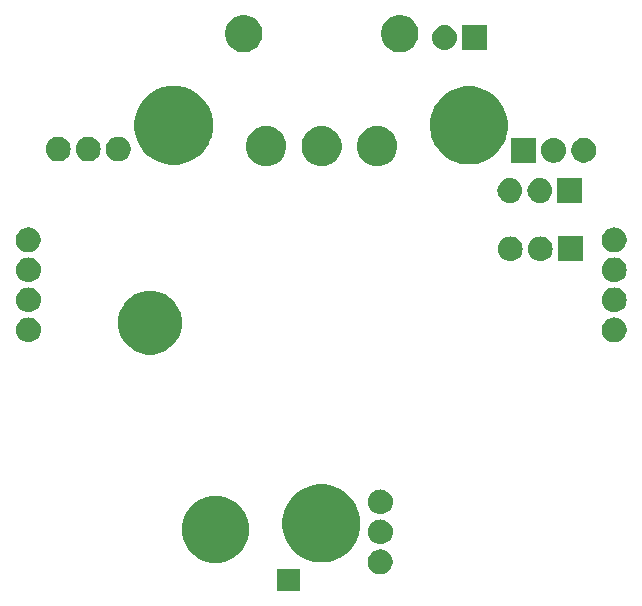
<source format=gbr>
G04 #@! TF.GenerationSoftware,KiCad,Pcbnew,(5.1.0)-1*
G04 #@! TF.CreationDate,2019-06-21T14:16:56-03:00*
G04 #@! TF.ProjectId,PCB_A,5043425f-412e-46b6-9963-61645f706362,rev?*
G04 #@! TF.SameCoordinates,Original*
G04 #@! TF.FileFunction,Soldermask,Bot*
G04 #@! TF.FilePolarity,Negative*
%FSLAX46Y46*%
G04 Gerber Fmt 4.6, Leading zero omitted, Abs format (unit mm)*
G04 Created by KiCad (PCBNEW (5.1.0)-1) date 2019-06-21 14:16:56*
%MOMM*%
%LPD*%
G04 APERTURE LIST*
%ADD10C,0.100000*%
G04 APERTURE END LIST*
D10*
G36*
X-1818600Y-25918200D02*
G01*
X-3718600Y-25918200D01*
X-3718600Y-24018200D01*
X-1818600Y-24018200D01*
X-1818600Y-25918200D01*
X-1818600Y-25918200D01*
G37*
G36*
X5125528Y-22408889D02*
G01*
X5303115Y-22444212D01*
X5494203Y-22523364D01*
X5666177Y-22638273D01*
X5812430Y-22784526D01*
X5927339Y-22956500D01*
X6006491Y-23147588D01*
X6046841Y-23350446D01*
X6046841Y-23557278D01*
X6006491Y-23760136D01*
X5927339Y-23951224D01*
X5812430Y-24123198D01*
X5666177Y-24269451D01*
X5494203Y-24384360D01*
X5303115Y-24463512D01*
X5125528Y-24498835D01*
X5100258Y-24503862D01*
X4893424Y-24503862D01*
X4868154Y-24498835D01*
X4690567Y-24463512D01*
X4499479Y-24384360D01*
X4327505Y-24269451D01*
X4181252Y-24123198D01*
X4066343Y-23951224D01*
X3987191Y-23760136D01*
X3946841Y-23557278D01*
X3946841Y-23350446D01*
X3987191Y-23147588D01*
X4066343Y-22956500D01*
X4181252Y-22784526D01*
X4327505Y-22638273D01*
X4499479Y-22523364D01*
X4690567Y-22444212D01*
X4868154Y-22408889D01*
X4893424Y-22403862D01*
X5100258Y-22403862D01*
X5125528Y-22408889D01*
X5125528Y-22408889D01*
G37*
G36*
X-8134887Y-17960523D02*
G01*
X-7616220Y-18175362D01*
X-7616219Y-18175363D01*
X-7149431Y-18487260D01*
X-6752460Y-18884231D01*
X-6701812Y-18960032D01*
X-6440562Y-19351020D01*
X-6225723Y-19869687D01*
X-6116200Y-20420298D01*
X-6116200Y-20981702D01*
X-6225723Y-21532313D01*
X-6440562Y-22050980D01*
X-6440563Y-22050981D01*
X-6752460Y-22517769D01*
X-7149431Y-22914740D01*
X-7461329Y-23123143D01*
X-7616220Y-23226638D01*
X-8134887Y-23441477D01*
X-8685498Y-23551000D01*
X-9246902Y-23551000D01*
X-9797513Y-23441477D01*
X-10316180Y-23226638D01*
X-10471071Y-23123143D01*
X-10782969Y-22914740D01*
X-11179940Y-22517769D01*
X-11491837Y-22050981D01*
X-11491838Y-22050980D01*
X-11706677Y-21532313D01*
X-11816200Y-20981702D01*
X-11816200Y-20420298D01*
X-11706677Y-19869687D01*
X-11491838Y-19351020D01*
X-11230588Y-18960032D01*
X-11179940Y-18884231D01*
X-10782969Y-18487260D01*
X-10316181Y-18175363D01*
X-10316180Y-18175362D01*
X-9797513Y-17960523D01*
X-9246902Y-17851000D01*
X-8685498Y-17851000D01*
X-8134887Y-17960523D01*
X-8134887Y-17960523D01*
G37*
G36*
X643798Y-16963408D02*
G01*
X962574Y-17026817D01*
X1563136Y-17275578D01*
X2103627Y-17636723D01*
X2563277Y-18096373D01*
X2924422Y-18636864D01*
X3124509Y-19119916D01*
X3173183Y-19237427D01*
X3298948Y-19869686D01*
X3300000Y-19874978D01*
X3300000Y-20525022D01*
X3173183Y-21162574D01*
X2924422Y-21763136D01*
X2563277Y-22303627D01*
X2103627Y-22763277D01*
X1563136Y-23124422D01*
X1563135Y-23124423D01*
X1563134Y-23124423D01*
X1507204Y-23147590D01*
X962574Y-23373183D01*
X643798Y-23436591D01*
X325023Y-23500000D01*
X-325023Y-23500000D01*
X-643798Y-23436591D01*
X-962574Y-23373183D01*
X-1507204Y-23147590D01*
X-1563134Y-23124423D01*
X-1563135Y-23124423D01*
X-1563136Y-23124422D01*
X-2103627Y-22763277D01*
X-2563277Y-22303627D01*
X-2924422Y-21763136D01*
X-3173183Y-21162574D01*
X-3300000Y-20525022D01*
X-3300000Y-19874978D01*
X-3298947Y-19869686D01*
X-3173183Y-19237427D01*
X-3124508Y-19119916D01*
X-2924422Y-18636864D01*
X-2563277Y-18096373D01*
X-2103627Y-17636723D01*
X-1563136Y-17275578D01*
X-962574Y-17026817D01*
X-643798Y-16963408D01*
X-325023Y-16900000D01*
X325023Y-16900000D01*
X643798Y-16963408D01*
X643798Y-16963408D01*
G37*
G36*
X5107562Y-19869687D02*
G01*
X5202677Y-19879055D01*
X5400603Y-19939095D01*
X5400606Y-19939096D01*
X5583011Y-20036594D01*
X5742896Y-20167807D01*
X5874109Y-20327692D01*
X5971607Y-20510097D01*
X5971608Y-20510100D01*
X6031648Y-20708026D01*
X6051921Y-20913862D01*
X6031648Y-21119698D01*
X5971608Y-21317624D01*
X5971607Y-21317627D01*
X5874109Y-21500032D01*
X5742896Y-21659917D01*
X5583011Y-21791130D01*
X5400606Y-21888628D01*
X5400603Y-21888629D01*
X5202677Y-21948669D01*
X5125548Y-21956265D01*
X5048421Y-21963862D01*
X4945261Y-21963862D01*
X4868134Y-21956265D01*
X4791005Y-21948669D01*
X4593079Y-21888629D01*
X4593076Y-21888628D01*
X4410671Y-21791130D01*
X4250786Y-21659917D01*
X4119573Y-21500032D01*
X4022075Y-21317627D01*
X4022074Y-21317624D01*
X3962034Y-21119698D01*
X3941761Y-20913862D01*
X3962034Y-20708026D01*
X4022074Y-20510100D01*
X4022075Y-20510097D01*
X4119573Y-20327692D01*
X4250786Y-20167807D01*
X4410671Y-20036594D01*
X4593076Y-19939096D01*
X4593079Y-19939095D01*
X4791005Y-19879055D01*
X4886120Y-19869687D01*
X4945261Y-19863862D01*
X5048421Y-19863862D01*
X5107562Y-19869687D01*
X5107562Y-19869687D01*
G37*
G36*
X5125548Y-17331458D02*
G01*
X5202677Y-17339055D01*
X5400603Y-17399095D01*
X5400606Y-17399096D01*
X5583011Y-17496594D01*
X5742896Y-17627807D01*
X5874109Y-17787692D01*
X5971607Y-17970097D01*
X5971608Y-17970100D01*
X6031648Y-18168026D01*
X6051921Y-18373862D01*
X6031648Y-18579698D01*
X6014306Y-18636866D01*
X5971607Y-18777627D01*
X5874109Y-18960032D01*
X5742896Y-19119917D01*
X5583011Y-19251130D01*
X5400606Y-19348628D01*
X5400603Y-19348629D01*
X5202677Y-19408669D01*
X5125548Y-19416266D01*
X5048421Y-19423862D01*
X4945261Y-19423862D01*
X4868134Y-19416266D01*
X4791005Y-19408669D01*
X4593079Y-19348629D01*
X4593076Y-19348628D01*
X4410671Y-19251130D01*
X4250786Y-19119917D01*
X4119573Y-18960032D01*
X4022075Y-18777627D01*
X3979376Y-18636866D01*
X3962034Y-18579698D01*
X3941761Y-18373862D01*
X3962034Y-18168026D01*
X4022074Y-17970100D01*
X4022075Y-17970097D01*
X4119573Y-17787692D01*
X4250786Y-17627807D01*
X4410671Y-17496594D01*
X4593076Y-17399096D01*
X4593079Y-17399095D01*
X4791005Y-17339055D01*
X4868134Y-17331458D01*
X4945261Y-17323862D01*
X5048421Y-17323862D01*
X5125548Y-17331458D01*
X5125548Y-17331458D01*
G37*
G36*
X-13723940Y-608759D02*
G01*
X-13232572Y-812290D01*
X-13232570Y-812291D01*
X-12790350Y-1107773D01*
X-12414273Y-1483850D01*
X-12287378Y-1673762D01*
X-12118790Y-1926072D01*
X-11915259Y-2417440D01*
X-11811500Y-2939072D01*
X-11811500Y-3470928D01*
X-11915259Y-3992560D01*
X-12082440Y-4396171D01*
X-12118791Y-4483930D01*
X-12414273Y-4926150D01*
X-12790350Y-5302227D01*
X-13232570Y-5597709D01*
X-13232571Y-5597710D01*
X-13232572Y-5597710D01*
X-13723940Y-5801241D01*
X-14245572Y-5905000D01*
X-14777428Y-5905000D01*
X-15299060Y-5801241D01*
X-15790428Y-5597710D01*
X-15790429Y-5597710D01*
X-15790430Y-5597709D01*
X-16232650Y-5302227D01*
X-16608727Y-4926150D01*
X-16904209Y-4483930D01*
X-16940560Y-4396171D01*
X-17107741Y-3992560D01*
X-17211500Y-3470928D01*
X-17211500Y-2939072D01*
X-17107741Y-2417440D01*
X-16904210Y-1926072D01*
X-16735622Y-1673762D01*
X-16608727Y-1483850D01*
X-16232650Y-1107773D01*
X-15790430Y-812291D01*
X-15790428Y-812290D01*
X-15299060Y-608759D01*
X-14777428Y-505000D01*
X-14245572Y-505000D01*
X-13723940Y-608759D01*
X-13723940Y-608759D01*
G37*
G36*
X24928687Y-2765027D02*
G01*
X25106274Y-2800350D01*
X25297362Y-2879502D01*
X25469336Y-2994411D01*
X25615589Y-3140664D01*
X25730498Y-3312638D01*
X25809650Y-3503726D01*
X25850000Y-3706584D01*
X25850000Y-3913416D01*
X25809650Y-4116274D01*
X25730498Y-4307362D01*
X25615589Y-4479336D01*
X25469336Y-4625589D01*
X25297362Y-4740498D01*
X25106274Y-4819650D01*
X24928687Y-4854973D01*
X24903417Y-4860000D01*
X24696583Y-4860000D01*
X24671313Y-4854973D01*
X24493726Y-4819650D01*
X24302638Y-4740498D01*
X24130664Y-4625589D01*
X23984411Y-4479336D01*
X23869502Y-4307362D01*
X23790350Y-4116274D01*
X23750000Y-3913416D01*
X23750000Y-3706584D01*
X23790350Y-3503726D01*
X23869502Y-3312638D01*
X23984411Y-3140664D01*
X24130664Y-2994411D01*
X24302638Y-2879502D01*
X24493726Y-2800350D01*
X24671313Y-2765027D01*
X24696583Y-2760000D01*
X24903417Y-2760000D01*
X24928687Y-2765027D01*
X24928687Y-2765027D01*
G37*
G36*
X-24671293Y-2767597D02*
G01*
X-24594164Y-2775193D01*
X-24396238Y-2835233D01*
X-24396235Y-2835234D01*
X-24213830Y-2932732D01*
X-24053945Y-3063945D01*
X-23922732Y-3223830D01*
X-23825234Y-3406235D01*
X-23825233Y-3406238D01*
X-23765193Y-3604164D01*
X-23744920Y-3810000D01*
X-23765193Y-4015836D01*
X-23825233Y-4213762D01*
X-23825234Y-4213765D01*
X-23922732Y-4396170D01*
X-24053945Y-4556055D01*
X-24213830Y-4687268D01*
X-24396235Y-4784766D01*
X-24396238Y-4784767D01*
X-24594164Y-4844807D01*
X-24671293Y-4852404D01*
X-24748420Y-4860000D01*
X-24851580Y-4860000D01*
X-24928707Y-4852404D01*
X-25005836Y-4844807D01*
X-25203762Y-4784767D01*
X-25203765Y-4784766D01*
X-25386170Y-4687268D01*
X-25546055Y-4556055D01*
X-25677268Y-4396170D01*
X-25774766Y-4213765D01*
X-25774767Y-4213762D01*
X-25834807Y-4015836D01*
X-25855080Y-3810000D01*
X-25834807Y-3604164D01*
X-25774767Y-3406238D01*
X-25774766Y-3406235D01*
X-25677268Y-3223830D01*
X-25546055Y-3063945D01*
X-25386170Y-2932732D01*
X-25203765Y-2835234D01*
X-25203762Y-2835233D01*
X-25005836Y-2775193D01*
X-24928707Y-2767597D01*
X-24851580Y-2760000D01*
X-24748420Y-2760000D01*
X-24671293Y-2767597D01*
X-24671293Y-2767597D01*
G37*
G36*
X24928707Y-227597D02*
G01*
X25005836Y-235193D01*
X25203762Y-295233D01*
X25203765Y-295234D01*
X25386170Y-392732D01*
X25546055Y-523945D01*
X25677268Y-683830D01*
X25774766Y-866235D01*
X25774767Y-866238D01*
X25834807Y-1064164D01*
X25855080Y-1270000D01*
X25834807Y-1475836D01*
X25774767Y-1673762D01*
X25774766Y-1673765D01*
X25677268Y-1856170D01*
X25546055Y-2016055D01*
X25386170Y-2147268D01*
X25203765Y-2244766D01*
X25203762Y-2244767D01*
X25005836Y-2304807D01*
X24928707Y-2312403D01*
X24851580Y-2320000D01*
X24748420Y-2320000D01*
X24671293Y-2312404D01*
X24594164Y-2304807D01*
X24396238Y-2244767D01*
X24396235Y-2244766D01*
X24213830Y-2147268D01*
X24053945Y-2016055D01*
X23922732Y-1856170D01*
X23825234Y-1673765D01*
X23825233Y-1673762D01*
X23765193Y-1475836D01*
X23744920Y-1270000D01*
X23765193Y-1064164D01*
X23825233Y-866238D01*
X23825234Y-866235D01*
X23922732Y-683830D01*
X24053945Y-523945D01*
X24213830Y-392732D01*
X24396235Y-295234D01*
X24396238Y-295233D01*
X24594164Y-235193D01*
X24671293Y-227597D01*
X24748420Y-220000D01*
X24851580Y-220000D01*
X24928707Y-227597D01*
X24928707Y-227597D01*
G37*
G36*
X-24671293Y-227597D02*
G01*
X-24594164Y-235193D01*
X-24396238Y-295233D01*
X-24396235Y-295234D01*
X-24213830Y-392732D01*
X-24053945Y-523945D01*
X-23922732Y-683830D01*
X-23825234Y-866235D01*
X-23825233Y-866238D01*
X-23765193Y-1064164D01*
X-23744920Y-1270000D01*
X-23765193Y-1475836D01*
X-23825233Y-1673762D01*
X-23825234Y-1673765D01*
X-23922732Y-1856170D01*
X-24053945Y-2016055D01*
X-24213830Y-2147268D01*
X-24396235Y-2244766D01*
X-24396238Y-2244767D01*
X-24594164Y-2304807D01*
X-24671293Y-2312404D01*
X-24748420Y-2320000D01*
X-24851580Y-2320000D01*
X-24928707Y-2312403D01*
X-25005836Y-2304807D01*
X-25203762Y-2244767D01*
X-25203765Y-2244766D01*
X-25386170Y-2147268D01*
X-25546055Y-2016055D01*
X-25677268Y-1856170D01*
X-25774766Y-1673765D01*
X-25774767Y-1673762D01*
X-25834807Y-1475836D01*
X-25855080Y-1270000D01*
X-25834807Y-1064164D01*
X-25774767Y-866238D01*
X-25774766Y-866235D01*
X-25677268Y-683830D01*
X-25546055Y-523945D01*
X-25386170Y-392732D01*
X-25203765Y-295234D01*
X-25203762Y-295233D01*
X-25005836Y-235193D01*
X-24928707Y-227597D01*
X-24851580Y-220000D01*
X-24748420Y-220000D01*
X-24671293Y-227597D01*
X-24671293Y-227597D01*
G37*
G36*
X24928707Y2312403D02*
G01*
X25005836Y2304807D01*
X25203762Y2244767D01*
X25203765Y2244766D01*
X25386170Y2147268D01*
X25546055Y2016055D01*
X25677268Y1856170D01*
X25774766Y1673765D01*
X25774767Y1673762D01*
X25834807Y1475836D01*
X25855080Y1270000D01*
X25834807Y1064164D01*
X25774767Y866238D01*
X25774766Y866235D01*
X25677268Y683830D01*
X25546055Y523945D01*
X25386170Y392732D01*
X25203765Y295234D01*
X25203762Y295233D01*
X25005836Y235193D01*
X24928707Y227597D01*
X24851580Y220000D01*
X24748420Y220000D01*
X24671293Y227597D01*
X24594164Y235193D01*
X24396238Y295233D01*
X24396235Y295234D01*
X24213830Y392732D01*
X24053945Y523945D01*
X23922732Y683830D01*
X23825234Y866235D01*
X23825233Y866238D01*
X23765193Y1064164D01*
X23744920Y1270000D01*
X23765193Y1475836D01*
X23825233Y1673762D01*
X23825234Y1673765D01*
X23922732Y1856170D01*
X24053945Y2016055D01*
X24213830Y2147268D01*
X24396235Y2244766D01*
X24396238Y2244767D01*
X24594164Y2304807D01*
X24671293Y2312404D01*
X24748420Y2320000D01*
X24851580Y2320000D01*
X24928707Y2312403D01*
X24928707Y2312403D01*
G37*
G36*
X-24671293Y2312404D02*
G01*
X-24594164Y2304807D01*
X-24396238Y2244767D01*
X-24396235Y2244766D01*
X-24213830Y2147268D01*
X-24053945Y2016055D01*
X-23922732Y1856170D01*
X-23825234Y1673765D01*
X-23825233Y1673762D01*
X-23765193Y1475836D01*
X-23744920Y1270000D01*
X-23765193Y1064164D01*
X-23825233Y866238D01*
X-23825234Y866235D01*
X-23922732Y683830D01*
X-24053945Y523945D01*
X-24213830Y392732D01*
X-24396235Y295234D01*
X-24396238Y295233D01*
X-24594164Y235193D01*
X-24671293Y227597D01*
X-24748420Y220000D01*
X-24851580Y220000D01*
X-24928707Y227597D01*
X-25005836Y235193D01*
X-25203762Y295233D01*
X-25203765Y295234D01*
X-25386170Y392732D01*
X-25546055Y523945D01*
X-25677268Y683830D01*
X-25774766Y866235D01*
X-25774767Y866238D01*
X-25834807Y1064164D01*
X-25855080Y1270000D01*
X-25834807Y1475836D01*
X-25774767Y1673762D01*
X-25774766Y1673765D01*
X-25677268Y1856170D01*
X-25546055Y2016055D01*
X-25386170Y2147268D01*
X-25203765Y2244766D01*
X-25203762Y2244767D01*
X-25005836Y2304807D01*
X-24928707Y2312403D01*
X-24851580Y2320000D01*
X-24748420Y2320000D01*
X-24671293Y2312404D01*
X-24671293Y2312404D01*
G37*
G36*
X22132000Y1998000D02*
G01*
X20032000Y1998000D01*
X20032000Y4098000D01*
X22132000Y4098000D01*
X22132000Y1998000D01*
X22132000Y1998000D01*
G37*
G36*
X16130707Y4090403D02*
G01*
X16207836Y4082807D01*
X16405762Y4022767D01*
X16405765Y4022766D01*
X16588170Y3925268D01*
X16748055Y3794055D01*
X16879268Y3634170D01*
X16976766Y3451765D01*
X16976767Y3451762D01*
X17036807Y3253836D01*
X17057080Y3048000D01*
X17036807Y2842164D01*
X17011883Y2760000D01*
X16976766Y2644235D01*
X16879268Y2461830D01*
X16748055Y2301945D01*
X16588170Y2170732D01*
X16405765Y2073234D01*
X16405762Y2073233D01*
X16207836Y2013193D01*
X16130707Y2005596D01*
X16053580Y1998000D01*
X15950420Y1998000D01*
X15873293Y2005596D01*
X15796164Y2013193D01*
X15598238Y2073233D01*
X15598235Y2073234D01*
X15415830Y2170732D01*
X15255945Y2301945D01*
X15124732Y2461830D01*
X15027234Y2644235D01*
X14992117Y2760000D01*
X14967193Y2842164D01*
X14946920Y3048000D01*
X14967193Y3253836D01*
X15027233Y3451762D01*
X15027234Y3451765D01*
X15124732Y3634170D01*
X15255945Y3794055D01*
X15415830Y3925268D01*
X15598235Y4022766D01*
X15598238Y4022767D01*
X15796164Y4082807D01*
X15873293Y4090403D01*
X15950420Y4098000D01*
X16053580Y4098000D01*
X16130707Y4090403D01*
X16130707Y4090403D01*
G37*
G36*
X18670707Y4090403D02*
G01*
X18747836Y4082807D01*
X18945762Y4022767D01*
X18945765Y4022766D01*
X19128170Y3925268D01*
X19288055Y3794055D01*
X19419268Y3634170D01*
X19516766Y3451765D01*
X19516767Y3451762D01*
X19576807Y3253836D01*
X19597080Y3048000D01*
X19576807Y2842164D01*
X19551883Y2760000D01*
X19516766Y2644235D01*
X19419268Y2461830D01*
X19288055Y2301945D01*
X19128170Y2170732D01*
X18945765Y2073234D01*
X18945762Y2073233D01*
X18747836Y2013193D01*
X18670707Y2005596D01*
X18593580Y1998000D01*
X18490420Y1998000D01*
X18413293Y2005596D01*
X18336164Y2013193D01*
X18138238Y2073233D01*
X18138235Y2073234D01*
X17955830Y2170732D01*
X17795945Y2301945D01*
X17664732Y2461830D01*
X17567234Y2644235D01*
X17532117Y2760000D01*
X17507193Y2842164D01*
X17486920Y3048000D01*
X17507193Y3253836D01*
X17567233Y3451762D01*
X17567234Y3451765D01*
X17664732Y3634170D01*
X17795945Y3794055D01*
X17955830Y3925268D01*
X18138235Y4022766D01*
X18138238Y4022767D01*
X18336164Y4082807D01*
X18413293Y4090403D01*
X18490420Y4098000D01*
X18593580Y4098000D01*
X18670707Y4090403D01*
X18670707Y4090403D01*
G37*
G36*
X-24671313Y4854973D02*
G01*
X-24493726Y4819650D01*
X-24302638Y4740498D01*
X-24130664Y4625589D01*
X-23984411Y4479336D01*
X-23869502Y4307362D01*
X-23790350Y4116274D01*
X-23750000Y3913416D01*
X-23750000Y3706584D01*
X-23790350Y3503726D01*
X-23869502Y3312638D01*
X-23984411Y3140664D01*
X-24130664Y2994411D01*
X-24302638Y2879502D01*
X-24493726Y2800350D01*
X-24671313Y2765027D01*
X-24696583Y2760000D01*
X-24903417Y2760000D01*
X-24928687Y2765027D01*
X-25106274Y2800350D01*
X-25297362Y2879502D01*
X-25469336Y2994411D01*
X-25615589Y3140664D01*
X-25730498Y3312638D01*
X-25809650Y3503726D01*
X-25850000Y3706584D01*
X-25850000Y3913416D01*
X-25809650Y4116274D01*
X-25730498Y4307362D01*
X-25615589Y4479336D01*
X-25469336Y4625589D01*
X-25297362Y4740498D01*
X-25106274Y4819650D01*
X-24928687Y4854973D01*
X-24903417Y4860000D01*
X-24696583Y4860000D01*
X-24671313Y4854973D01*
X-24671313Y4854973D01*
G37*
G36*
X24928687Y4854973D02*
G01*
X25106274Y4819650D01*
X25297362Y4740498D01*
X25469336Y4625589D01*
X25615589Y4479336D01*
X25730498Y4307362D01*
X25809650Y4116274D01*
X25850000Y3913416D01*
X25850000Y3706584D01*
X25809650Y3503726D01*
X25730498Y3312638D01*
X25615589Y3140664D01*
X25469336Y2994411D01*
X25297362Y2879502D01*
X25106274Y2800350D01*
X24928687Y2765027D01*
X24903417Y2760000D01*
X24696583Y2760000D01*
X24671313Y2765027D01*
X24493726Y2800350D01*
X24302638Y2879502D01*
X24130664Y2994411D01*
X23984411Y3140664D01*
X23869502Y3312638D01*
X23790350Y3503726D01*
X23750000Y3706584D01*
X23750000Y3913416D01*
X23790350Y4116274D01*
X23869502Y4307362D01*
X23984411Y4479336D01*
X24130664Y4625589D01*
X24302638Y4740498D01*
X24493726Y4819650D01*
X24671313Y4854973D01*
X24696583Y4860000D01*
X24903417Y4860000D01*
X24928687Y4854973D01*
X24928687Y4854973D01*
G37*
G36*
X22099600Y6938000D02*
G01*
X19999600Y6938000D01*
X19999600Y9038000D01*
X22099600Y9038000D01*
X22099600Y6938000D01*
X22099600Y6938000D01*
G37*
G36*
X16098307Y9030403D02*
G01*
X16175436Y9022807D01*
X16373362Y8962767D01*
X16373365Y8962766D01*
X16555770Y8865268D01*
X16715655Y8734055D01*
X16846868Y8574170D01*
X16944366Y8391765D01*
X16944367Y8391762D01*
X17004407Y8193836D01*
X17024680Y7988000D01*
X17004407Y7782164D01*
X16944367Y7584238D01*
X16944366Y7584235D01*
X16846868Y7401830D01*
X16715655Y7241945D01*
X16555770Y7110732D01*
X16373365Y7013234D01*
X16373362Y7013233D01*
X16175436Y6953193D01*
X16098307Y6945596D01*
X16021180Y6938000D01*
X15918020Y6938000D01*
X15840893Y6945596D01*
X15763764Y6953193D01*
X15565838Y7013233D01*
X15565835Y7013234D01*
X15383430Y7110732D01*
X15223545Y7241945D01*
X15092332Y7401830D01*
X14994834Y7584235D01*
X14994833Y7584238D01*
X14934793Y7782164D01*
X14914520Y7988000D01*
X14934793Y8193836D01*
X14994833Y8391762D01*
X14994834Y8391765D01*
X15092332Y8574170D01*
X15223545Y8734055D01*
X15383430Y8865268D01*
X15565835Y8962766D01*
X15565838Y8962767D01*
X15763764Y9022807D01*
X15840893Y9030403D01*
X15918020Y9038000D01*
X16021180Y9038000D01*
X16098307Y9030403D01*
X16098307Y9030403D01*
G37*
G36*
X18638307Y9030403D02*
G01*
X18715436Y9022807D01*
X18913362Y8962767D01*
X18913365Y8962766D01*
X19095770Y8865268D01*
X19255655Y8734055D01*
X19386868Y8574170D01*
X19484366Y8391765D01*
X19484367Y8391762D01*
X19544407Y8193836D01*
X19564680Y7988000D01*
X19544407Y7782164D01*
X19484367Y7584238D01*
X19484366Y7584235D01*
X19386868Y7401830D01*
X19255655Y7241945D01*
X19095770Y7110732D01*
X18913365Y7013234D01*
X18913362Y7013233D01*
X18715436Y6953193D01*
X18638307Y6945596D01*
X18561180Y6938000D01*
X18458020Y6938000D01*
X18380893Y6945596D01*
X18303764Y6953193D01*
X18105838Y7013233D01*
X18105835Y7013234D01*
X17923430Y7110732D01*
X17763545Y7241945D01*
X17632332Y7401830D01*
X17534834Y7584235D01*
X17534833Y7584238D01*
X17474793Y7782164D01*
X17454520Y7988000D01*
X17474793Y8193836D01*
X17534833Y8391762D01*
X17534834Y8391765D01*
X17632332Y8574170D01*
X17763545Y8734055D01*
X17923430Y8865268D01*
X18105835Y8962766D01*
X18105838Y8962767D01*
X18303764Y9022807D01*
X18380893Y9030403D01*
X18458020Y9038000D01*
X18561180Y9038000D01*
X18638307Y9030403D01*
X18638307Y9030403D01*
G37*
G36*
X5061654Y13408935D02*
G01*
X5225872Y13376270D01*
X5535252Y13248121D01*
X5813687Y13062077D01*
X6050477Y12825287D01*
X6236521Y12546852D01*
X6364670Y12237472D01*
X6382687Y12146895D01*
X6430000Y11909037D01*
X6430000Y11574163D01*
X6415415Y11500841D01*
X6364670Y11245728D01*
X6236521Y10936348D01*
X6050477Y10657913D01*
X5813687Y10421123D01*
X5535252Y10235079D01*
X5225872Y10106930D01*
X5061653Y10074265D01*
X4897437Y10041600D01*
X4562563Y10041600D01*
X4398347Y10074265D01*
X4234128Y10106930D01*
X3924748Y10235079D01*
X3646313Y10421123D01*
X3409523Y10657913D01*
X3223479Y10936348D01*
X3095330Y11245728D01*
X3044585Y11500841D01*
X3030000Y11574163D01*
X3030000Y11909037D01*
X3077313Y12146895D01*
X3095330Y12237472D01*
X3223479Y12546852D01*
X3409523Y12825287D01*
X3646313Y13062077D01*
X3924748Y13248121D01*
X4234128Y13376270D01*
X4398346Y13408935D01*
X4562563Y13441600D01*
X4897437Y13441600D01*
X5061654Y13408935D01*
X5061654Y13408935D01*
G37*
G36*
X361654Y13408935D02*
G01*
X525872Y13376270D01*
X835252Y13248121D01*
X1113687Y13062077D01*
X1350477Y12825287D01*
X1536521Y12546852D01*
X1664670Y12237472D01*
X1682687Y12146895D01*
X1730000Y11909037D01*
X1730000Y11574163D01*
X1715415Y11500841D01*
X1664670Y11245728D01*
X1536521Y10936348D01*
X1350477Y10657913D01*
X1113687Y10421123D01*
X835252Y10235079D01*
X525872Y10106930D01*
X361653Y10074265D01*
X197437Y10041600D01*
X-137437Y10041600D01*
X-301653Y10074265D01*
X-465872Y10106930D01*
X-775252Y10235079D01*
X-1053687Y10421123D01*
X-1290477Y10657913D01*
X-1476521Y10936348D01*
X-1604670Y11245728D01*
X-1655415Y11500841D01*
X-1670000Y11574163D01*
X-1670000Y11909037D01*
X-1622687Y12146895D01*
X-1604670Y12237472D01*
X-1476521Y12546852D01*
X-1290477Y12825287D01*
X-1053687Y13062077D01*
X-775252Y13248121D01*
X-465872Y13376270D01*
X-301654Y13408935D01*
X-137437Y13441600D01*
X197437Y13441600D01*
X361654Y13408935D01*
X361654Y13408935D01*
G37*
G36*
X-4338346Y13408935D02*
G01*
X-4174128Y13376270D01*
X-3864748Y13248121D01*
X-3586313Y13062077D01*
X-3349523Y12825287D01*
X-3163479Y12546852D01*
X-3035330Y12237472D01*
X-3017313Y12146895D01*
X-2970000Y11909037D01*
X-2970000Y11574163D01*
X-2984585Y11500841D01*
X-3035330Y11245728D01*
X-3163479Y10936348D01*
X-3349523Y10657913D01*
X-3586313Y10421123D01*
X-3864748Y10235079D01*
X-4174128Y10106930D01*
X-4338347Y10074265D01*
X-4502563Y10041600D01*
X-4837437Y10041600D01*
X-5001653Y10074265D01*
X-5165872Y10106930D01*
X-5475252Y10235079D01*
X-5753687Y10421123D01*
X-5990477Y10657913D01*
X-6176521Y10936348D01*
X-6304670Y11245728D01*
X-6355415Y11500841D01*
X-6370000Y11574163D01*
X-6370000Y11909037D01*
X-6322687Y12146895D01*
X-6304670Y12237472D01*
X-6176521Y12546852D01*
X-5990477Y12825287D01*
X-5753687Y13062077D01*
X-5475252Y13248121D01*
X-5165872Y13376270D01*
X-5001654Y13408935D01*
X-4837437Y13441600D01*
X-4502563Y13441600D01*
X-4338346Y13408935D01*
X-4338346Y13408935D01*
G37*
G36*
X-11522842Y16721262D02*
G01*
X-10913182Y16468732D01*
X-10913180Y16468731D01*
X-10846867Y16424422D01*
X-10364500Y16102115D01*
X-9897885Y15635500D01*
X-9531268Y15086818D01*
X-9278738Y14477158D01*
X-9150000Y13829948D01*
X-9150000Y13170052D01*
X-9278738Y12522842D01*
X-9466239Y12070176D01*
X-9531269Y11913180D01*
X-9897885Y11364500D01*
X-10364500Y10897885D01*
X-10913180Y10531269D01*
X-10913181Y10531268D01*
X-10913182Y10531268D01*
X-11522842Y10278738D01*
X-12170052Y10150000D01*
X-12829948Y10150000D01*
X-13477158Y10278738D01*
X-14086818Y10531268D01*
X-14086819Y10531268D01*
X-14086820Y10531269D01*
X-14635500Y10897885D01*
X-15102115Y11364500D01*
X-15468731Y11913180D01*
X-15533761Y12070176D01*
X-15721262Y12522842D01*
X-15850000Y13170052D01*
X-15850000Y13829948D01*
X-15721262Y14477158D01*
X-15468732Y15086818D01*
X-15102115Y15635500D01*
X-14635500Y16102115D01*
X-14153133Y16424422D01*
X-14086820Y16468731D01*
X-14086818Y16468732D01*
X-13477158Y16721262D01*
X-12829948Y16850000D01*
X-12170052Y16850000D01*
X-11522842Y16721262D01*
X-11522842Y16721262D01*
G37*
G36*
X13143798Y16736591D02*
G01*
X13462574Y16673183D01*
X14063136Y16424422D01*
X14603627Y16063277D01*
X15063277Y15603627D01*
X15424422Y15063136D01*
X15667142Y14477159D01*
X15673183Y14462573D01*
X15800000Y13825023D01*
X15800000Y13174977D01*
X15736591Y12856202D01*
X15673183Y12537426D01*
X15607191Y12378108D01*
X15449830Y11998203D01*
X15424422Y11936864D01*
X15063277Y11396373D01*
X14603627Y10936723D01*
X14063136Y10575578D01*
X13462574Y10326817D01*
X13143798Y10263409D01*
X12825023Y10200000D01*
X12174977Y10200000D01*
X11856202Y10263409D01*
X11537426Y10326817D01*
X10936864Y10575578D01*
X10396373Y10936723D01*
X9936723Y11396373D01*
X9575578Y11936864D01*
X9550171Y11998203D01*
X9392809Y12378108D01*
X9326817Y12537426D01*
X9263409Y12856202D01*
X9200000Y13174977D01*
X9200000Y13825023D01*
X9326817Y14462573D01*
X9332859Y14477159D01*
X9575578Y15063136D01*
X9936723Y15603627D01*
X10396373Y16063277D01*
X10936864Y16424422D01*
X11537426Y16673183D01*
X11856202Y16736591D01*
X12174977Y16800000D01*
X12825023Y16800000D01*
X13143798Y16736591D01*
X13143798Y16736591D01*
G37*
G36*
X19800969Y12443245D02*
G01*
X19878098Y12435648D01*
X20076024Y12375608D01*
X20076027Y12375607D01*
X20258432Y12278109D01*
X20418317Y12146896D01*
X20549530Y11987011D01*
X20647028Y11804606D01*
X20647029Y11804603D01*
X20707069Y11606677D01*
X20727342Y11400841D01*
X20707069Y11195005D01*
X20648971Y11003481D01*
X20647028Y10997076D01*
X20549530Y10814671D01*
X20418317Y10654786D01*
X20258432Y10523573D01*
X20076027Y10426075D01*
X20076024Y10426074D01*
X19878098Y10366034D01*
X19800969Y10358437D01*
X19723842Y10350841D01*
X19620682Y10350841D01*
X19543555Y10358437D01*
X19466426Y10366034D01*
X19268500Y10426074D01*
X19268497Y10426075D01*
X19086092Y10523573D01*
X18926207Y10654786D01*
X18794994Y10814671D01*
X18697496Y10997076D01*
X18695553Y11003481D01*
X18637455Y11195005D01*
X18617182Y11400841D01*
X18637455Y11606677D01*
X18697495Y11804603D01*
X18697496Y11804606D01*
X18794994Y11987011D01*
X18926207Y12146896D01*
X19086092Y12278109D01*
X19268497Y12375607D01*
X19268500Y12375608D01*
X19466426Y12435648D01*
X19543555Y12443244D01*
X19620682Y12450841D01*
X19723842Y12450841D01*
X19800969Y12443245D01*
X19800969Y12443245D01*
G37*
G36*
X22340949Y12445814D02*
G01*
X22518536Y12410491D01*
X22709624Y12331339D01*
X22881598Y12216430D01*
X23027851Y12070177D01*
X23142760Y11898203D01*
X23221912Y11707115D01*
X23262262Y11504257D01*
X23262262Y11297425D01*
X23221912Y11094567D01*
X23142760Y10903479D01*
X23027851Y10731505D01*
X22881598Y10585252D01*
X22709624Y10470343D01*
X22518536Y10391191D01*
X22340949Y10355868D01*
X22315679Y10350841D01*
X22108845Y10350841D01*
X22083575Y10355868D01*
X21905988Y10391191D01*
X21714900Y10470343D01*
X21542926Y10585252D01*
X21396673Y10731505D01*
X21281764Y10903479D01*
X21202612Y11094567D01*
X21162262Y11297425D01*
X21162262Y11504257D01*
X21202612Y11707115D01*
X21281764Y11898203D01*
X21396673Y12070177D01*
X21542926Y12216430D01*
X21714900Y12331339D01*
X21905988Y12410491D01*
X22083575Y12445814D01*
X22108845Y12450841D01*
X22315679Y12450841D01*
X22340949Y12445814D01*
X22340949Y12445814D01*
G37*
G36*
X18182262Y10350841D02*
G01*
X16082262Y10350841D01*
X16082262Y12450841D01*
X18182262Y12450841D01*
X18182262Y10350841D01*
X18182262Y10350841D01*
G37*
G36*
X-17064267Y12546852D02*
G01*
X-16881464Y12510491D01*
X-16690376Y12431339D01*
X-16518402Y12316430D01*
X-16372149Y12170177D01*
X-16257240Y11998203D01*
X-16178088Y11807115D01*
X-16137738Y11604257D01*
X-16137738Y11397425D01*
X-16178088Y11194567D01*
X-16257240Y11003479D01*
X-16372149Y10831505D01*
X-16518402Y10685252D01*
X-16690376Y10570343D01*
X-16881464Y10491191D01*
X-17059051Y10455868D01*
X-17084321Y10450841D01*
X-17291155Y10450841D01*
X-17316425Y10455868D01*
X-17494012Y10491191D01*
X-17685100Y10570343D01*
X-17857074Y10685252D01*
X-18003327Y10831505D01*
X-18118236Y11003479D01*
X-18197388Y11194567D01*
X-18237738Y11397425D01*
X-18237738Y11604257D01*
X-18197388Y11807115D01*
X-18118236Y11998203D01*
X-18003327Y12170177D01*
X-17857074Y12316430D01*
X-17685100Y12431339D01*
X-17494012Y12510491D01*
X-17311209Y12546852D01*
X-17291155Y12550841D01*
X-17084321Y12550841D01*
X-17064267Y12546852D01*
X-17064267Y12546852D01*
G37*
G36*
X-19635638Y12546850D02*
G01*
X-19521902Y12535648D01*
X-19323976Y12475608D01*
X-19323973Y12475607D01*
X-19141568Y12378109D01*
X-18981683Y12246896D01*
X-18850470Y12087011D01*
X-18752972Y11904606D01*
X-18752971Y11904603D01*
X-18692931Y11706677D01*
X-18672658Y11500841D01*
X-18692931Y11295005D01*
X-18752971Y11097079D01*
X-18752972Y11097076D01*
X-18850470Y10914671D01*
X-18981683Y10754786D01*
X-19141568Y10623573D01*
X-19323973Y10526075D01*
X-19323976Y10526074D01*
X-19521902Y10466034D01*
X-19599031Y10458437D01*
X-19676158Y10450841D01*
X-19779318Y10450841D01*
X-19856445Y10458437D01*
X-19933574Y10466034D01*
X-20131500Y10526074D01*
X-20131503Y10526075D01*
X-20313908Y10623573D01*
X-20473793Y10754786D01*
X-20605006Y10914671D01*
X-20702504Y11097076D01*
X-20702505Y11097079D01*
X-20762545Y11295005D01*
X-20782818Y11500841D01*
X-20762545Y11706677D01*
X-20702505Y11904603D01*
X-20702504Y11904606D01*
X-20605006Y12087011D01*
X-20473793Y12246896D01*
X-20313908Y12378109D01*
X-20131503Y12475607D01*
X-20131500Y12475608D01*
X-19933574Y12535648D01*
X-19819838Y12546850D01*
X-19779318Y12550841D01*
X-19676158Y12550841D01*
X-19635638Y12546850D01*
X-19635638Y12546850D01*
G37*
G36*
X-22175638Y12546850D02*
G01*
X-22061902Y12535648D01*
X-21863976Y12475608D01*
X-21863973Y12475607D01*
X-21681568Y12378109D01*
X-21521683Y12246896D01*
X-21390470Y12087011D01*
X-21292972Y11904606D01*
X-21292971Y11904603D01*
X-21232931Y11706677D01*
X-21212658Y11500841D01*
X-21232931Y11295005D01*
X-21292971Y11097079D01*
X-21292972Y11097076D01*
X-21390470Y10914671D01*
X-21521683Y10754786D01*
X-21681568Y10623573D01*
X-21863973Y10526075D01*
X-21863976Y10526074D01*
X-22061902Y10466034D01*
X-22139031Y10458437D01*
X-22216158Y10450841D01*
X-22319318Y10450841D01*
X-22396445Y10458437D01*
X-22473574Y10466034D01*
X-22671500Y10526074D01*
X-22671503Y10526075D01*
X-22853908Y10623573D01*
X-23013793Y10754786D01*
X-23145006Y10914671D01*
X-23242504Y11097076D01*
X-23242505Y11097079D01*
X-23302545Y11295005D01*
X-23322818Y11500841D01*
X-23302545Y11706677D01*
X-23242505Y11904603D01*
X-23242504Y11904606D01*
X-23145006Y12087011D01*
X-23013793Y12246896D01*
X-22853908Y12378109D01*
X-22671503Y12475607D01*
X-22671500Y12475608D01*
X-22473574Y12535648D01*
X-22359838Y12546850D01*
X-22319318Y12550841D01*
X-22216158Y12550841D01*
X-22175638Y12546850D01*
X-22175638Y12546850D01*
G37*
G36*
X-6111944Y22798094D02*
G01*
X-5823039Y22678425D01*
X-5823037Y22678424D01*
X-5563028Y22504692D01*
X-5341908Y22283572D01*
X-5168176Y22023563D01*
X-5168175Y22023561D01*
X-5048506Y21734656D01*
X-4987500Y21427956D01*
X-4987500Y21115244D01*
X-5048506Y20808544D01*
X-5165607Y20525838D01*
X-5168176Y20519637D01*
X-5341908Y20259628D01*
X-5563028Y20038508D01*
X-5823037Y19864776D01*
X-5823038Y19864775D01*
X-5823039Y19864775D01*
X-6111944Y19745106D01*
X-6418644Y19684100D01*
X-6731356Y19684100D01*
X-7038056Y19745106D01*
X-7326961Y19864775D01*
X-7326962Y19864775D01*
X-7326963Y19864776D01*
X-7586972Y20038508D01*
X-7808092Y20259628D01*
X-7981824Y20519637D01*
X-7984393Y20525838D01*
X-8101494Y20808544D01*
X-8162500Y21115244D01*
X-8162500Y21427956D01*
X-8101494Y21734656D01*
X-7981825Y22023561D01*
X-7981824Y22023563D01*
X-7808092Y22283572D01*
X-7586972Y22504692D01*
X-7326963Y22678424D01*
X-7326961Y22678425D01*
X-7038056Y22798094D01*
X-6731356Y22859100D01*
X-6418644Y22859100D01*
X-6111944Y22798094D01*
X-6111944Y22798094D01*
G37*
G36*
X7098056Y22798094D02*
G01*
X7386961Y22678425D01*
X7386963Y22678424D01*
X7646972Y22504692D01*
X7868092Y22283572D01*
X8041824Y22023563D01*
X8041825Y22023561D01*
X8161494Y21734656D01*
X8222500Y21427956D01*
X8222500Y21115244D01*
X8161494Y20808544D01*
X8044393Y20525838D01*
X8041824Y20519637D01*
X7868092Y20259628D01*
X7646972Y20038508D01*
X7386963Y19864776D01*
X7386962Y19864775D01*
X7386961Y19864775D01*
X7098056Y19745106D01*
X6791356Y19684100D01*
X6478644Y19684100D01*
X6171944Y19745106D01*
X5883039Y19864775D01*
X5883038Y19864775D01*
X5883037Y19864776D01*
X5623028Y20038508D01*
X5401908Y20259628D01*
X5228176Y20519637D01*
X5225607Y20525838D01*
X5108506Y20808544D01*
X5047500Y21115244D01*
X5047500Y21427956D01*
X5108506Y21734656D01*
X5228175Y22023561D01*
X5228176Y22023563D01*
X5401908Y22283572D01*
X5623028Y22504692D01*
X5883037Y22678424D01*
X5883039Y22678425D01*
X6171944Y22798094D01*
X6478644Y22859100D01*
X6791356Y22859100D01*
X7098056Y22798094D01*
X7098056Y22798094D01*
G37*
G36*
X14029400Y19879600D02*
G01*
X11929400Y19879600D01*
X11929400Y21979600D01*
X14029400Y21979600D01*
X14029400Y19879600D01*
X14029400Y19879600D01*
G37*
G36*
X10568107Y21972003D02*
G01*
X10645236Y21964407D01*
X10843162Y21904367D01*
X10843165Y21904366D01*
X11025570Y21806868D01*
X11185455Y21675655D01*
X11316668Y21515770D01*
X11414166Y21333365D01*
X11414167Y21333362D01*
X11474207Y21135436D01*
X11494480Y20929600D01*
X11474207Y20723764D01*
X11414167Y20525838D01*
X11414166Y20525835D01*
X11316668Y20343430D01*
X11185455Y20183545D01*
X11025570Y20052332D01*
X10843165Y19954834D01*
X10843162Y19954833D01*
X10645236Y19894793D01*
X10568107Y19887196D01*
X10490980Y19879600D01*
X10387820Y19879600D01*
X10310693Y19887196D01*
X10233564Y19894793D01*
X10035638Y19954833D01*
X10035635Y19954834D01*
X9853230Y20052332D01*
X9693345Y20183545D01*
X9562132Y20343430D01*
X9464634Y20525835D01*
X9464633Y20525838D01*
X9404593Y20723764D01*
X9384320Y20929600D01*
X9404593Y21135436D01*
X9464633Y21333362D01*
X9464634Y21333365D01*
X9562132Y21515770D01*
X9693345Y21675655D01*
X9853230Y21806868D01*
X10035635Y21904366D01*
X10035638Y21904367D01*
X10233564Y21964407D01*
X10310693Y21972003D01*
X10387820Y21979600D01*
X10490980Y21979600D01*
X10568107Y21972003D01*
X10568107Y21972003D01*
G37*
M02*

</source>
